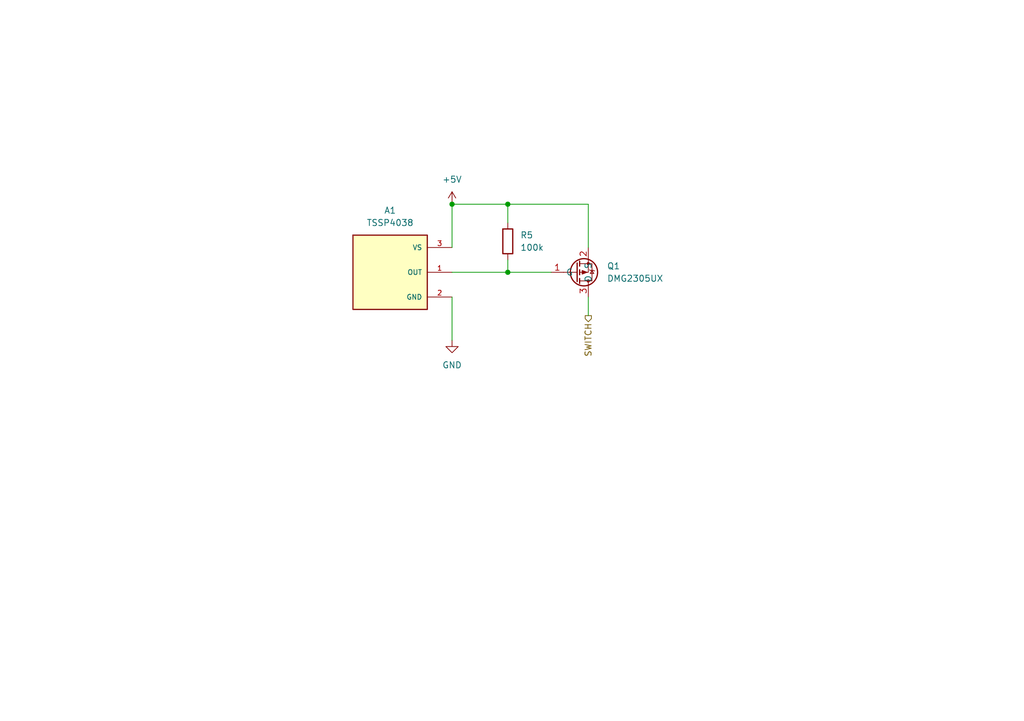
<source format=kicad_sch>
(kicad_sch (version 20231120) (generator "eeschema") (generator_version "8.0")
  (paper "A5")
  (title_block (title "IR-based AC switch") (rev "2") (comment 4 "230V AC mains switch activated by presence of a 38kHz IR signal"))
  (lib_symbols
    (symbol "Device:R" (pin_numbers hide) (pin_names (offset 0))
      (property "Reference" "R" (at 2.032 0 90))
      (property "Value" "R" (at 0 0 90))
      (symbol "R_0_1"
        (rectangle (start -1.016 -2.54) (end 1.016 2.54) (stroke (width 0.254)))
      )
      (symbol "R_1_1"
        (pin passive line (at 0 3.81 270) (length 1.27) (name "~") (number "1"))
        (pin passive line (at 0 -3.81 90) (length 1.27) (name "~") (number "2"))
      )
    )
    (symbol "TSSP4038:TSSP4038" (pin_names (offset 1.016))
      (property "Reference" "A" (at -7.62 8.89 0))
      (property "Value" "TSSP4038" (at -7.62 -8.89 0))
      (symbol "TSSP4038_0_0"
        (rectangle (start -7.62 -7.62) (end 7.62 7.62) (stroke (width 0.254)) (fill (type background)))
        (pin output line (at 12.7 0 180) (length 5.08) (name "OUT") (number "1"))
        (pin power_in line (at 12.7 -5.08 180) (length 5.08) (name "GND") (number "2"))
        (pin power_in line (at 12.7 5.08 180) (length 5.08) (name "VS") (number "3"))
      )
    )
    (symbol "Transistor_FET:IRLML9301"
      (property "Reference" "Q" (at 5.08 1.905 0))
      (property "Value" "IRLML9301" (at 5.08 0 0))
      (symbol "IRLML9301_0_1"
        (polyline (pts (xy 0.254 0) (xy -2.54 0)))
        (polyline (pts (xy 0.254 1.905) (xy 0.254 -1.905)) (stroke (width 0.254)))
        (polyline (pts (xy 0.762 -1.27) (xy 0.762 -2.286)) (stroke (width 0.254)))
        (polyline (pts (xy 0.762 0.508) (xy 0.762 -0.508)) (stroke (width 0.254)))
        (polyline (pts (xy 0.762 2.286) (xy 0.762 1.27)) (stroke (width 0.254)))
        (polyline (pts (xy 2.54 2.54) (xy 2.54 1.778)))
        (polyline (pts (xy 2.54 -2.54) (xy 2.54 0) (xy 0.762 0)))
        (polyline (pts (xy 0.762 1.778) (xy 3.302 1.778) (xy 3.302 -1.778) (xy 0.762 -1.778)))
        (polyline (pts (xy 2.286 0) (xy 1.27 0.381) (xy 1.27 -0.381) (xy 2.286 0)) (fill (type outline)))
        (polyline (pts (xy 2.794 -0.508) (xy 2.921 -0.381) (xy 3.683 -0.381) (xy 3.81 -0.254)))
        (polyline (pts (xy 3.302 -0.381) (xy 2.921 0.254) (xy 3.683 0.254) (xy 3.302 -0.381)))
        (circle (center 1.651 0) (radius 2.794) (stroke (width 0.254)))
        (circle (center 2.54 -1.778) (radius 0.254) (fill (type outline)))
        (circle (center 2.54 1.778) (radius 0.254) (fill (type outline)))
      )
      (symbol "IRLML9301_1_1"
        (pin input line (at -5.08 0 0) (length 2.54) (name "G") (number "1"))
        (pin passive line (at 2.54 -5.08 90) (length 2.54) (name "S") (number "2"))
        (pin passive line (at 2.54 5.08 270) (length 2.54) (name "D") (number "3"))
      )
    )
    (symbol "power:+5V" (power) (pin_names (offset 0))
      (property "Value" "+5V" (at 0 3.556 0))
      (symbol "+5V_0_1"
        (polyline (pts (xy -0.762 1.27) (xy 0 2.54)))
        (polyline (pts (xy 0 0) (xy 0 2.54)))
        (polyline (pts (xy 0 2.54) (xy 0.762 1.27)))
      )
      (symbol "+5V_1_1"
        (pin power_in line (at 0 0 90) (length 0) hide (name "+5V") (number "1"))
      )
    )
    (symbol "power:GND" (power) (pin_names (offset 0))
      (property "Value" "GND" (at 0 -3.81 0))
      (symbol "GND_0_1"
        (polyline (pts (xy 0 0) (xy 0 -1.27) (xy 1.27 -1.27) (xy 0 -2.54) (xy -1.27 -1.27) (xy 0 -1.27)))
      )
      (symbol "GND_1_1"
        (pin power_in line (at 0 0 270) (length 0) hide (name "GND") (number "1"))
      )
    )
  )
  (junction (at 104.14 55.88))
  (junction (at 104.14 41.91))
  (junction (at 92.71 41.91))
  (wire (pts (xy 104.14 45.72) (xy 104.14 41.91)))
  (wire (pts (xy 92.71 41.91) (xy 92.71 50.8)))
  (wire (pts (xy 120.65 50.8) (xy 120.65 41.91)))
  (wire (pts (xy 120.65 41.91) (xy 104.14 41.91)))
  (wire (pts (xy 92.71 60.96) (xy 92.71 69.85)))
  (wire (pts (xy 104.14 55.88) (xy 113.03 55.88)))
  (wire (pts (xy 120.65 64.77) (xy 120.65 60.96)))
  (wire (pts (xy 104.14 41.91) (xy 92.71 41.91)))
  (wire (pts (xy 104.14 53.34) (xy 104.14 55.88)))
  (wire (pts (xy 92.71 55.88) (xy 104.14 55.88)))
  (hierarchical_label "SWITCH" (shape output) (at 120.65 64.77 270))
  (symbol (lib_id "TSSP4038:TSSP4038") (at 80.01 55.88 0) (unit 1)
    (property "Reference" "A1" (at 80.01 43.18 0))
    (property "Value" "TSSP4038" (at 80.01 45.72 0))
    (property "Footprint" "switch:XDCR_TSSP4038" (effects (hide yes)))
    (property "Datasheet" "https://www.vishay.com/docs/82458/tssp40.pdf" (effects (hide yes)))
    (property "Description" "Remote Receiver Sensor, 38.0kHz 1m PCB, Through Hole" (effects (hide yes)))
    (property "MF" "Vishay Semiconductor" (effects (hide yes)))
    (property "MAXIMUM_PACKAGE_HEIGHT" "10.25 mm" (effects (hide yes)))
    (property "Package" "None" (effects (hide yes)))
    (property "Price" "None" (effects (hide yes)))
    (property "Check_prices" "https://www.snapeda.com/parts/TSSP4038/Vishay+Semiconductor+Opto+Division/view-part/?ref=eda" (effects (hide yes)))
    (property "STANDARD" "IPC 7351B" (effects (hide yes)))
    (property "PARTREV" "2.3" (effects (hide yes)))
    (property "SnapEDA_Link" "https://www.snapeda.com/parts/TSSP4038/Vishay+Semiconductor+Opto+Division/view-part/?ref=snap" (effects (hide yes)))
    (property "MPN" "TSSP4038" (effects (hide yes)))
    (property "Purchase-URL" "https://www.snapeda.com/api/url_track_click_mouser/?unipart_id=408177&manufacturer=Vishay Semiconductor&part_name=TSSP4038&search_term=None" (effects (hide yes)))
    (property "Availability" "In Stock" (effects (hide yes)))
    (property "MANUFACTURER" "Vishay" (effects (hide yes)))
    (property "MPN1" "Vishay:TSSP4038" (effects (hide yes)))
  )
  (symbol (lib_id "power:GND") (at 92.71 69.85 0) (unit 1)
    (property "Reference" "#PWR05" (effects (hide yes)))
    (property "Value" "GND" (at 92.71 74.93 0))
  )
  (symbol (lib_id "power:+5V") (at 92.71 41.91 0) (unit 1)
    (property "Reference" "#PWR06" (effects (hide yes)))
    (property "Value" "+5V" (at 92.71 36.83 0))
  )
  (symbol (lib_id "Device:R") (at 104.14 49.53 0) (unit 1)
    (property "Reference" "R5" (at 106.68 48.26 0) (effects (justify left)))
    (property "Value" "100k" (at 106.68 50.8 0) (effects (justify left)))
    (property "Footprint" "Resistor_SMD:R_0805_2012Metric" (effects (hide yes)))
  )
  (symbol (lib_id "Transistor_FET:IRLML9301") (at 118.11 55.88 0) (mirror x) (unit 1)
    (property "Reference" "Q1" (at 124.46 54.61 0) (effects (justify left)))
    (property "Value" "DMG2305UX" (at 124.46 57.15 0) (effects (justify left)))
    (property "Footprint" "Package_TO_SOT_SMD:SOT-23" (effects (hide yes)))
    (property "Datasheet" "https://www.diodes.com/assets/Datasheets/DMG2305UX.pdf" (effects (hide yes)))
    (property "MPN1" "Diodes:DMG2305UX-13" (effects (hide yes)))
    (property "MPN" "DMG2305UX-13" (effects (hide yes)))
  )
)
</source>
